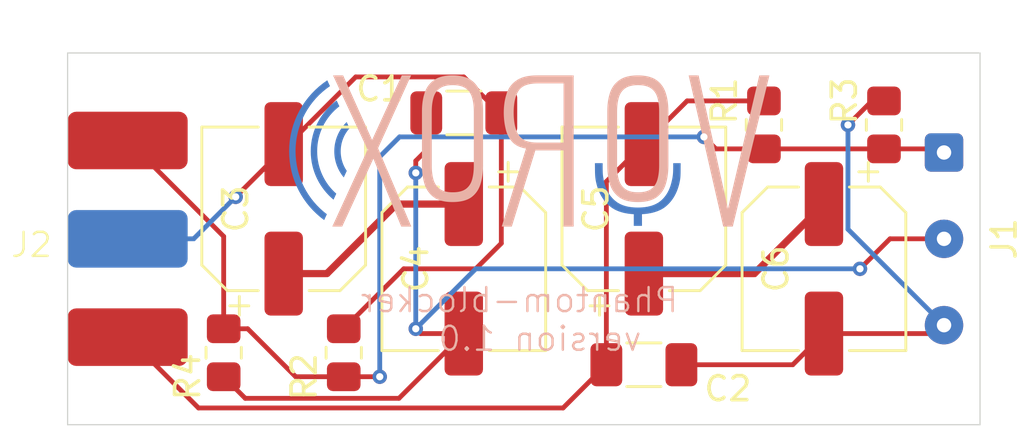
<source format=kicad_pcb>
(kicad_pcb (version 20241229) (generator "pcbnew") (generator_version "9.0")
  (layers (0 "F.Cu" signal) (2 "B.Cu" signal) (13 "F.Paste" user) (15 "B.Paste" user) (5 "F.SilkS" user "F.Silkscreen") (7 "B.SilkS" user "B.Silkscreen") (1 "F.Mask" user) (3 "B.Mask" user) (25 "Edge.Cuts" user))
  (net 0 "")
  (net 1 "Net-(C1-Pad2)")
  (net 2 "Net-(C1-Pad1)")
  (net 3 "Net-(C2-Pad1)")
  (net 4 "Net-(C2-Pad2)")
  (net 5 "Net-(C3-Pad1)")
  (net 6 "Net-(C5-Pad1)")
  (net 7 "Net-(J1-Pad1)")
  (footprint "Capacitor_SMD:CP_Elec_6.3x7.7" (layer "F.Cu") (at 131.5 59 -90)
    (property "Reference" "C6" (at 0 2 90) (layer "F.SilkS"))
    (property "Value" "22uF 63V")
    (fp_line (start -2.345563 3.41) (end 3.41 3.41) (stroke (width 0.12)) (layer "F.SilkS"))
    (fp_line (start 3.41 3.41) (end 3.41 1.06) (stroke (width 0.12)) (layer "F.SilkS"))
    (fp_line (start -3.41 2.345563) (end -2.345563 3.41) (stroke (width 0.12)) (layer "F.SilkS"))
    (fp_line (start -3.41 2.345563) (end -3.41 1.06) (stroke (width 0.12)) (layer "F.SilkS"))
    (fp_line (start -4.4375 -1.8475) (end -3.65 -1.8475) (stroke (width 0.12)) (layer "F.SilkS"))
    (fp_line (start -4.04375 -2.24125) (end -4.04375 -1.45375) (stroke (width 0.12)) (layer "F.SilkS"))
    (fp_line (start -3.41 -2.345563) (end -3.41 -1.06) (stroke (width 0.12)) (layer "F.SilkS"))
    (fp_line (start -3.41 -2.345563) (end -2.345563 -3.41) (stroke (width 0.12)) (layer "F.SilkS"))
    (fp_line (start -2.345563 -3.41) (end 3.41 -3.41) (stroke (width 0.12)) (layer "F.SilkS"))
    (fp_line (start 3.41 -3.41) (end 3.41 -1.06) (stroke (width 0.12)) (layer "F.SilkS"))
    (pad "1" smd roundrect (at -2.7 0 270) (size 3.5 1.6) (layers "F.Cu" "F.Mask" "F.Paste") (roundrect_rratio 0.15625) (net 6 "Net-(C5-Pad1)"))
    (pad "2" smd roundrect (at 2.7 0 270) (size 3.5 1.6) (layers "F.Cu" "F.Mask" "F.Paste") (roundrect_rratio 0.15625) (net 4 "Net-(C2-Pad2)"))
  )
  (footprint "Resistor_SMD:R_0805_2012Metric_Pad1.20x1.40mm_HandSolder" (layer "F.Cu") (at 111.5 62.5 90)
    (property "Reference" "R2" (at -1 -1.65 90) (layer "F.SilkS"))
    (property "Value" "47k")
    (fp_line (start -0.227064 -0.735) (end 0.227064 -0.735) (stroke (width 0.12)) (layer "F.SilkS"))
    (fp_line (start -0.227064 0.735) (end 0.227064 0.735) (stroke (width 0.12)) (layer "F.SilkS"))
    (pad "1" smd roundrect (at -1 0 90) (size 1.2 1.4) (layers "F.Cu" "F.Mask" "F.Paste") (roundrect_rratio 0.208333) (net 7 "Net-(J1-Pad1)"))
    (pad "2" smd roundrect (at 1 0 90) (size 1.2 1.4) (layers "F.Cu" "F.Mask" "F.Paste") (roundrect_rratio 0.208333) (net 2 "Net-(C1-Pad1)"))
  )
  (footprint "Resistor_SMD:R_0805_2012Metric_Pad1.20x1.40mm_HandSolder" (layer "F.Cu") (at 134 53 90)
    (property "Reference" "R3" (at 1 -1.65 90) (layer "F.SilkS"))
    (property "Value" "1M")
    (fp_line (start -0.227064 -0.735) (end 0.227064 -0.735) (stroke (width 0.12)) (layer "F.SilkS"))
    (fp_line (start -0.227064 0.735) (end 0.227064 0.735) (stroke (width 0.12)) (layer "F.SilkS"))
    (pad "1" smd roundrect (at -1 0 90) (size 1.2 1.4) (layers "F.Cu" "F.Mask" "F.Paste") (roundrect_rratio 0.208333) (net 7 "Net-(J1-Pad1)"))
    (pad "2" smd roundrect (at 1 0 90) (size 1.2 1.4) (layers "F.Cu" "F.Mask" "F.Paste") (roundrect_rratio 0.208333) (net 4 "Net-(C2-Pad2)"))
  )
  (footprint "01_Custom:XLR-Pin-SolderPad" (layer "F.Cu") (at 102.5 57.75)
    (property "Reference" "J2" (at -4 0.25 0) (layer "F.SilkS") (effects (font (thickness 0.1))))
    (property "Value" "XLR3 - Mixer")
    (pad "1" smd roundrect (at 0 -4.1) (size 5 2.4) (layers "F.Cu" "F.Mask" "F.Paste") (roundrect_rratio 0.15) (net 7 "Net-(J1-Pad1)"))
    (pad "2" smd roundrect (at 0 4.1) (size 5 2.4) (layers "F.Cu" "F.Mask" "F.Paste") (roundrect_rratio 0.15) (net 3 "Net-(C2-Pad1)"))
    (pad "3" smd roundrect (at 0 0) (size 5 2.4) (layers "B.Cu" "B.Mask" "B.Paste") (roundrect_rratio 0.15) (net 2 "Net-(C1-Pad1)"))
  )
  (footprint "Capacitor_SMD:CP_Elec_6.3x7.7" (layer "F.Cu") (at 124 56.5 90)
    (property "Reference" "C5" (at 0 -2 90) (layer "F.SilkS"))
    (property "Value" "22uF 63V")
    (fp_line (start 3.41 -3.41) (end 3.41 -1.06) (stroke (width 0.12)) (layer "F.SilkS"))
    (fp_line (start -2.345563 -3.41) (end 3.41 -3.41) (stroke (width 0.12)) (layer "F.SilkS"))
    (fp_line (start -3.41 -2.345563) (end -2.345563 -3.41) (stroke (width 0.12)) (layer "F.SilkS"))
    (fp_line (start -3.41 -2.345563) (end -3.41 -1.06) (stroke (width 0.12)) (layer "F.SilkS"))
    (fp_line (start -4.04375 -2.24125) (end -4.04375 -1.45375) (stroke (width 0.12)) (layer "F.SilkS"))
    (fp_line (start -4.4375 -1.8475) (end -3.65 -1.8475) (stroke (width 0.12)) (layer "F.SilkS"))
    (fp_line (start -3.41 2.345563) (end -3.41 1.06) (stroke (width 0.12)) (layer "F.SilkS"))
    (fp_line (start -3.41 2.345563) (end -2.345563 3.41) (stroke (width 0.12)) (layer "F.SilkS"))
    (fp_line (start 3.41 3.41) (end 3.41 1.06) (stroke (width 0.12)) (layer "F.SilkS"))
    (fp_line (start -2.345563 3.41) (end 3.41 3.41) (stroke (width 0.12)) (layer "F.SilkS"))
    (pad "1" smd roundrect (at -2.7 0 90) (size 3.5 1.6) (layers "F.Cu" "F.Mask" "F.Paste") (roundrect_rratio 0.15625) (net 6 "Net-(C5-Pad1)"))
    (pad "2" smd roundrect (at 2.7 0 90) (size 3.5 1.6) (layers "F.Cu" "F.Mask" "F.Paste") (roundrect_rratio 0.15625) (net 3 "Net-(C2-Pad1)"))
  )
  (footprint "Connector_Wire:SolderWire-0.1sqmm_1x03_P3.6mm_D0.4mm_OD1mm" (layer "F.Cu") (at 136.5 54.15 -90)
    (property "Reference" "J1" (at 3.6 -2.5 90) (layer "F.SilkS"))
    (property "Value" "XLR3 - Microphone")
    (pad "1" thru_hole roundrect (at 0 0 270) (size 1.6 1.6) (drill 0.6) (layers "*.Cu" "*.Mask") (roundrect_rratio 0.15625) (net 7 "Net-(J1-Pad1)"))
    (pad "2" thru_hole circle (at 7.2 0 270) (size 1.6 1.6) (drill 0.6) (layers "*.Cu" "*.Mask") (net 4 "Net-(C2-Pad2)"))
    (pad "3" thru_hole circle (at 3.6 0 270) (size 1.6 1.6) (drill 0.6) (layers "*.Cu" "*.Mask") (net 1 "Net-(C1-Pad2)"))
  )
  (footprint "Capacitor_SMD:CP_Elec_6.3x7.7" (layer "F.Cu") (at 109 56.5 90)
    (property "Reference" "C3" (at 0 -2 90) (layer "F.SilkS"))
    (property "Value" "22uF 63V")
    (fp_line (start 3.41 -3.41) (end 3.41 -1.06) (stroke (width 0.12)) (layer "F.SilkS"))
    (fp_line (start -2.345563 -3.41) (end 3.41 -3.41) (stroke (width 0.12)) (layer "F.SilkS"))
    (fp_line (start -3.41 -2.345563) (end -2.345563 -3.41) (stroke (width 0.12)) (layer "F.SilkS"))
    (fp_line (start -3.41 -2.345563) (end -3.41 -1.06) (stroke (width 0.12)) (layer "F.SilkS"))
    (fp_line (start -4.04375 -2.24125) (end -4.04375 -1.45375) (stroke (width 0.12)) (layer "F.SilkS"))
    (fp_line (start -4.4375 -1.8475) (end -3.65 -1.8475) (stroke (width 0.12)) (layer "F.SilkS"))
    (fp_line (start -3.41 2.345563) (end -3.41 1.06) (stroke (width 0.12)) (layer "F.SilkS"))
    (fp_line (start -3.41 2.345563) (end -2.345563 3.41) (stroke (width 0.12)) (layer "F.SilkS"))
    (fp_line (start 3.41 3.41) (end 3.41 1.06) (stroke (width 0.12)) (layer "F.SilkS"))
    (fp_line (start -2.345563 3.41) (end 3.41 3.41) (stroke (width 0.12)) (layer "F.SilkS"))
    (pad "1" smd roundrect (at -2.7 0 90) (size 3.5 1.6) (layers "F.Cu" "F.Mask" "F.Paste") (roundrect_rratio 0.15625) (net 5 "Net-(C3-Pad1)"))
    (pad "2" smd roundrect (at 2.7 0 90) (size 3.5 1.6) (layers "F.Cu" "F.Mask" "F.Paste") (roundrect_rratio 0.15625) (net 2 "Net-(C1-Pad1)"))
  )
  (footprint "Resistor_SMD:R_0805_2012Metric_Pad1.20x1.40mm_HandSolder" (layer "F.Cu") (at 106.5 62.5 -90)
    (property "Reference" "R4" (at 1 1.5 90) (layer "F.SilkS"))
    (property "Value" "1M")
    (fp_line (start -0.227064 0.735) (end 0.227064 0.735) (stroke (width 0.12)) (layer "F.SilkS"))
    (fp_line (start -0.227064 -0.735) (end 0.227064 -0.735) (stroke (width 0.12)) (layer "F.SilkS"))
    (pad "1" smd roundrect (at -1 0 270) (size 1.2 1.4) (layers "F.Cu" "F.Mask" "F.Paste") (roundrect_rratio 0.208333) (net 7 "Net-(J1-Pad1)"))
    (pad "2" smd roundrect (at 1 0 270) (size 1.2 1.4) (layers "F.Cu" "F.Mask" "F.Paste") (roundrect_rratio 0.208333) (net 1 "Net-(C1-Pad2)"))
  )
  (footprint "Capacitor_SMD:C_1206_3216Metric_Pad1.33x1.80mm_HandSolder" (layer "F.Cu") (at 124 63)
    (property "Reference" "C2" (at 3.5 1 0) (layer "F.SilkS"))
    (property "Value" "100nF 63V")
    (fp_line (start -0.711252 -0.91) (end 0.711252 -0.91) (stroke (width 0.12)) (layer "F.SilkS"))
    (fp_line (start -0.711252 0.91) (end 0.711252 0.91) (stroke (width 0.12)) (layer "F.SilkS"))
    (pad "1" smd roundrect (at -1.5625 0) (size 1.325 1.8) (layers "F.Cu" "F.Mask" "F.Paste") (roundrect_rratio 0.188679) (net 3 "Net-(C2-Pad1)"))
    (pad "2" smd roundrect (at 1.5625 0) (size 1.325 1.8) (layers "F.Cu" "F.Mask" "F.Paste") (roundrect_rratio 0.188679) (net 4 "Net-(C2-Pad2)"))
  )
  (footprint "Capacitor_SMD:C_1206_3216Metric_Pad1.33x1.80mm_HandSolder" (layer "F.Cu") (at 116.5 52.5 180)
    (property "Reference" "C1" (at 3.5 1 0) (layer "F.SilkS"))
    (property "Value" "100nF 63V")
    (fp_line (start -0.711252 0.91) (end 0.711252 0.91) (stroke (width 0.12)) (layer "F.SilkS"))
    (fp_line (start -0.711252 -0.91) (end 0.711252 -0.91) (stroke (width 0.12)) (layer "F.SilkS"))
    (pad "1" smd roundrect (at -1.5625 0 180) (size 1.325 1.8) (layers "F.Cu" "F.Mask" "F.Paste") (roundrect_rratio 0.188679) (net 2 "Net-(C1-Pad1)"))
    (pad "2" smd roundrect (at 1.5625 0 180) (size 1.325 1.8) (layers "F.Cu" "F.Mask" "F.Paste") (roundrect_rratio 0.188679) (net 1 "Net-(C1-Pad2)"))
  )
  (footprint "Capacitor_SMD:CP_Elec_6.3x7.7" (layer "F.Cu") (at 116.5 59 -90)
    (property "Reference" "C4" (at 0 2 90) (layer "F.SilkS"))
    (property "Value" "22uF 63V")
    (fp_line (start -2.345563 3.41) (end 3.41 3.41) (stroke (width 0.12)) (layer "F.SilkS"))
    (fp_line (start 3.41 3.41) (end 3.41 1.06) (stroke (width 0.12)) (layer "F.SilkS"))
    (fp_line (start -3.41 2.345563) (end -2.345563 3.41) (stroke (width 0.12)) (layer "F.SilkS"))
    (fp_line (start -3.41 2.345563) (end -3.41 1.06) (stroke (width 0.12)) (layer "F.SilkS"))
    (fp_line (start -4.4375 -1.8475) (end -3.65 -1.8475) (stroke (width 0.12)) (layer "F.SilkS"))
    (fp_line (start -4.04375 -2.24125) (end -4.04375 -1.45375) (stroke (width 0.12)) (layer "F.SilkS"))
    (fp_line (start -3.41 -2.345563) (end -3.41 -1.06) (stroke (width 0.12)) (layer "F.SilkS"))
    (fp_line (start -3.41 -2.345563) (end -2.345563 -3.41) (stroke (width 0.12)) (layer "F.SilkS"))
    (fp_line (start -2.345563 -3.41) (end 3.41 -3.41) (stroke (width 0.12)) (layer "F.SilkS"))
    (fp_line (start 3.41 -3.41) (end 3.41 -1.06) (stroke (width 0.12)) (layer "F.SilkS"))
    (pad "1" smd roundrect (at -2.7 0 270) (size 3.5 1.6) (layers "F.Cu" "F.Mask" "F.Paste") (roundrect_rratio 0.15625) (net 5 "Net-(C3-Pad1)"))
    (pad "2" smd roundrect (at 2.7 0 270) (size 3.5 1.6) (layers "F.Cu" "F.Mask" "F.Paste") (roundrect_rratio 0.15625) (net 1 "Net-(C1-Pad2)"))
  )
  (footprint "Resistor_SMD:R_0805_2012Metric_Pad1.20x1.40mm_HandSolder" (layer "F.Cu") (at 129 53 90)
    (property "Reference" "R1" (at 1 -1.65 90) (layer "F.SilkS"))
    (property "Value" "47k")
    (fp_line (start -0.227064 -0.735) (end 0.227064 -0.735) (stroke (width 0.12)) (layer "F.SilkS"))
    (fp_line (start -0.227064 0.735) (end 0.227064 0.735) (stroke (width 0.12)) (layer "F.SilkS"))
    (pad "1" smd roundrect (at -1 0 90) (size 1.2 1.4) (layers "F.Cu" "F.Mask" "F.Paste") (roundrect_rratio 0.208333) (net 7 "Net-(J1-Pad1)"))
    (pad "2" smd roundrect (at 1 0 90) (size 1.2 1.4) (layers "F.Cu" "F.Mask" "F.Paste") (roundrect_rratio 0.208333) (net 3 "Net-(C2-Pad1)"))
  )
  (footprint "01_Custom:VOROX_logo" (layer "B.Cu") (at 127.5 56.5 180)
    (property "Reference" "REF**" (hide yes))
    (property "Value" "VOROX_logo")
    (fp_poly (pts (xy 16.41533 4.427722) (xy 16.529499 4.328085) (xy 16.637742 4.222131) (xy 16.73977 4.110146) (xy 16.835295 3.992417) (xy 16.924028 3.86923) (xy 17.00568 3.740872) (xy 17.079962 3.607629) (xy 17.146587 3.469788) (xy 17.205265 3.327634) (xy 17.255707 3.181456) (xy 17.297626 3.031538) (xy 17.330732 2.878168) (xy 17.354736 2.721632) (xy 17.36935 2.562216) (xy 17.374286 2.400207) (xy 17.369995 2.24908) (xy 17.357276 2.100186) (xy 17.336364 1.953757) (xy 17.307492 1.810026) (xy 17.270893 1.669226) (xy 17.226802 1.53159) (xy 17.175451 1.39735) (xy 17.117075 1.266739) (xy 17.051906 1.139989) (xy 16.980179 1.017334) (xy 16.902127 0.899006) (xy 16.817983 0.785238) (xy 16.727982 0.676263) (xy 16.632356 0.572313) (xy 16.53134 0.473621) (xy 16.425166 0.380419) (xy 16.30953 0.632424) (xy 16.39901 0.715706) (xy 16.484074 0.803478) (xy 16.564532 0.895553) (xy 16.640198 0.991749) (xy 16.710886 1.091879) (xy 16.776408 1.19576) (xy 16.836577 1.303206) (xy 16.891207 1.414033) (xy 16.94011 1.528057) (xy 16.983099 1.645092) (xy 17.019987 1.764954) (xy 17.050588 1.887459) (xy 17.074714 2.012421) (xy 17.092178 2.139656) (xy 17.102794 2.26898) (xy 17.106374 2.400207) (xy 17.102162 2.542533) (xy 17.089686 2.682601) (xy 17.069185 2.820174) (xy 17.040896 2.955017) (xy 17.005058 3.086891) (xy 16.961909 3.215562) (xy 16.911689 3.340791) (xy 16.854635 3.462344) (xy 16.790986 3.579984) (xy 16.720981 3.693473) (xy 16.644857 3.802576) (xy 16.562854 3.907056) (xy 16.47521 4.006677) (xy 16.382163 4.101201) (xy 16.283953 4.190394) (xy 16.180816 4.274017) (xy 16.295524 4.520756)) (fill yes) (layer "B.Cu"))
    (fp_poly (pts (xy 15.935631 3.561723) (xy 15.990942 3.499382) (xy 16.043217 3.434402) (xy 16.09234 3.366892) (xy 16.138196 3.296966) (xy 16.18067 3.224734) (xy 16.219646 3.150309) (xy 16.255009 3.073802) (xy 16.286643 2.995325) (xy 16.314434 2.914989) (xy 16.338266 2.832907) (xy 16.358024 2.74919) (xy 16.373591 2.66395) (xy 16.384854 2.577298) (xy 16.391696 2.489347) (xy 16.394002 2.400207) (xy 16.392272 2.322927) (xy 16.387133 2.246521) (xy 16.378658 2.171063) (xy 16.366921 2.096627) (xy 16.351999 2.023285) (xy 16.333964 1.95111) (xy 16.312892 1.880177) (xy 16.288856 1.810557) (xy 16.261932 1.742324) (xy 16.232194 1.67555) (xy 16.199717 1.610311) (xy 16.164574 1.546677) (xy 16.12684 1.484723) (xy 16.08659 1.424521) (xy 16.043899 1.366145) (xy 15.99884 1.309668) (xy 15.872836 1.584313) (xy 15.901969 1.628335) (xy 15.929518 1.673467) (xy 15.955443 1.71967) (xy 15.979704 1.766904) (xy 16.00226 1.815133) (xy 16.023069 1.864316) (xy 16.04209 1.914416) (xy 16.059283 1.965394) (xy 16.074607 2.017212) (xy 16.08802 2.069831) (xy 16.099482 2.123212) (xy 16.108952 2.177317) (xy 16.116388 2.232108) (xy 16.121751 2.287545) (xy 16.124999 2.343591) (xy 16.12609 2.400207) (xy 16.124459 2.469271) (xy 16.119614 2.53746) (xy 16.111632 2.604706) (xy 16.100588 2.67094) (xy 16.086558 2.736092) (xy 16.069617 2.800095) (xy 16.049842 2.862879) (xy 16.027307 2.924375) (xy 16.002089 2.984514) (xy 15.974262 3.043227) (xy 15.943903 3.100446) (xy 15.911088 3.156101) (xy 15.875891 3.210123) (xy 15.838388 3.262444) (xy 15.798655 3.312995) (xy 15.756769 3.361706) (xy 15.877399 3.621311)) (fill yes) (layer "B.Cu"))
    (fp_poly (pts (xy 16.861534 5.236791) (xy 17.028939 5.102342) (xy 17.187838 4.958132) (xy 17.337781 4.804611) (xy 17.478317 4.64223) (xy 17.608997 4.47144) (xy 17.729368 4.292693) (xy 17.838982 4.106437) (xy 17.937388 3.913125) (xy 18.024134 3.713206) (xy 18.098771 3.507132) (xy 18.160847 3.295354) (xy 18.209914 3.078321) (xy 18.245519 2.856486) (xy 18.267212 2.630297) (xy 18.274543 2.400207) (xy 18.267864 2.180584) (xy 18.248088 1.964497) (xy 18.215607 1.752337) (xy 18.170813 1.544494) (xy 18.114097 1.341361) (xy 18.045852 1.143328) (xy 17.966468 0.950787) (xy 17.876338 0.764128) (xy 17.775853 0.583743) (xy 17.665406 0.410022) (xy 17.545388 0.243358) (xy 17.41619 0.08414) (xy 17.278205 -0.06724) (xy 17.131824 -0.210391) (xy 16.977439 -0.344921) (xy 16.815442 -0.47044) (xy 16.702251 -0.223699) (xy 16.847446 -0.107559) (xy 16.98574 0.016554) (xy 17.116791 0.148297) (xy 17.24026 0.28733) (xy 17.355807 0.433312) (xy 17.46309 0.585902) (xy 17.561771 0.744758) (xy 17.651508 0.90954) (xy 17.731963 1.079907) (xy 17.802793 1.255518) (xy 17.86366 1.436032) (xy 17.914223 1.621107) (xy 17.954142 1.810404) (xy 17.983077 2.00358) (xy 18.000687 2.200295) (xy 18.006633 2.400207) (xy 18.004976 2.505894) (xy 18.000038 2.610739) (xy 17.991868 2.714691) (xy 17.980516 2.817702) (xy 17.966032 2.91972) (xy 17.948466 3.020697) (xy 17.904286 3.219325) (xy 17.848372 3.413187) (xy 17.781123 3.601885) (xy 17.702936 3.78502) (xy 17.614209 3.962192) (xy 17.51534 4.133003) (xy 17.406726 4.297054) (xy 17.288764 4.453946) (xy 17.161853 4.60328) (xy 17.02639 4.744657) (xy 16.882773 4.877678) (xy 16.731399 5.001945) (xy 16.572665 5.117058) (xy 16.686073 5.361028) (xy 16.686075 5.361028)) (fill yes) (layer "B.Cu"))
    (fp_poly (pts (xy 2.278552 1.869951) (xy 2.278958 1.733278) (xy 2.28072 1.617976) (xy 2.284649 1.518305) (xy 2.287681 1.472537) (xy 2.291559 1.428526) (xy 2.296386 1.385552) (xy 2.302262 1.342899) (xy 2.309291 1.29985) (xy 2.317572 1.255687) (xy 2.327209 1.209692) (xy 2.338302 1.161149) (xy 2.365263 1.053547) (xy 2.365272 1.053466) (xy 2.365281 1.053386) (xy 2.365294 1.053225) (xy 2.365318 1.052897) (xy 2.381633 0.995734) (xy 2.399569 0.939994) (xy 2.419121 0.885696) (xy 2.440284 0.832857) (xy 2.463052 0.781494) (xy 2.487419 0.731626) (xy 2.513381 0.68327) (xy 2.540933 0.636444) (xy 2.570068 0.591165) (xy 2.600782 0.547451) (xy 2.633069 0.505321) (xy 2.666925 0.464791) (xy 2.702342 0.425879) (xy 2.739318 0.388603) (xy 2.777845 0.352981) (xy 2.817919 0.319031) (xy 2.81819 0.318798) (xy 2.818461 0.318566) (xy 2.819005 0.318108) (xy 2.862958 0.285484) (xy 2.908854 0.255099) (xy 2.956684 0.226934) (xy 3.006437 0.200971) (xy 3.058104 0.177192) (xy 3.111674 0.155578) (xy 3.16714 0.13611) (xy 3.22449 0.11877) (xy 3.283716 0.103539) (xy 3.344807 0.090399) (xy 3.407754 0.079331) (xy 3.472548 0.070318) (xy 3.539178 0.063339) (xy 3.607635 0.058377) (xy 3.67791 0.055414) (xy 3.749992 0.05443) (xy 3.82201 0.055412) (xy 3.892156 0.058371) (xy 3.96042 0.063327) (xy 4.026791 0.070301) (xy 4.09126 0.079314) (xy 4.153817 0.090385) (xy 4.214452 0.103536) (xy 4.273154 0.118786) (xy 4.329915 0.136155) (xy 4.384723 0.155665) (xy 4.43757 0.177336) (xy 4.488444 0.201188) (xy 4.537336 0.227241) (xy 4.584237 0.255516) (xy 4.629135 0.286033) (xy 4.672022 0.318814) (xy 4.713234 0.352711) (xy 4.752839 0.388291) (xy 4.79083 0.425536) (xy 4.8272 0.464427) (xy 4.861942 0.504947) (xy 4.895049 0.547077) (xy 4.926515 0.590798) (xy 4.956331 0.636093) (xy 4.984492 0.682942) (xy 5.01099 0.731329) (xy 5.035818 0.781234) (xy 5.058969 0.832639) (xy 5.080436 0.885526) (xy 5.100213 0.939877) (xy 5.118291 0.995673) (xy 5.134665 1.052897) (xy 5.134677 1.052977) (xy 5.13469 1.053058) (xy 5.134721 1.053219) (xy 5.134751 1.053382) (xy 5.134764 1.053464) (xy 5.134776 1.053547) (xy 5.161522 1.160457) (xy 5.181687 1.253179) (xy 5.189593 1.296131) (xy 5.196202 1.337828) (xy 5.20163 1.379036) (xy 5.205994 1.420518) (xy 5.211993 1.507362) (xy 5.215127 1.604475) (xy 5.216327 1.717969) (xy 5.21652 1.85396) (xy 5.21652 1.906313) (xy 5.538852 1.906313) (xy 5.536774 1.616404) (xy 5.534799 1.498768) (xy 5.529987 1.391575) (xy 5.525999 1.340073) (xy 5.520678 1.288997) (xy 5.513817 1.237617) (xy 5.50521 1.185205) (xy 5.494648 1.131033) (xy 5.481924 1.074372) (xy 5.46683 1.014494) (xy 5.449158 0.95067) (xy 5.428463 0.88305) (xy 5.40588 0.817298) (xy 5.381404 0.753398) (xy 5.355026 0.691335) (xy 5.326738 0.631095) (xy 5.296533 0.572661) (xy 5.264403 0.516018) (xy 5.23034 0.461152) (xy 5.194337 0.408047) (xy 5.156385 0.356688) (xy 5.116478 0.307059) (xy 5.074607 0.259146) (xy 5.030764 0.212933) (xy 4.984942 0.168404) (xy 4.937134 0.125546) (xy 4.887331 0.084341) (xy 4.887052 0.084175) (xy 4.837223 0.04717) (xy 4.784604 0.012412) (xy 4.729189 -0.020079) (xy 4.670966 -0.050283) (xy 4.609927 -0.078182) (xy 4.546062 -0.103755) (xy 4.479363 -0.126985) (xy 4.40982 -0.147851) (xy 4.337424 -0.166334) (xy 4.262165 -0.182416) (xy 4.184035 -0.196076) (xy 4.103024 -0.207296) (xy 4.019123 -0.216056) (xy 3.932323 -0.222336) (xy 3.920724 -0.222826) (xy 3.920724 -0.708952) (xy 3.579306 -0.708952) (xy 3.579306 -0.222834) (xy 3.567581 -0.22234) (xy 3.48062 -0.216063) (xy 3.396475 -0.207305) (xy 3.315137 -0.196086) (xy 3.236596 -0.182424) (xy 3.160842 -0.166336) (xy 3.087866 -0.147841) (xy 3.017659 -0.126956) (xy 2.950211 -0.103701) (xy 2.885512 -0.078093) (xy 2.823554 -0.050149) (xy 2.764326 -0.019889) (xy 2.70782 0.012669) (xy 2.654026 0.047509) (xy 2.602934 0.08461) (xy 2.554404 0.125744) (xy 2.507776 0.168535) (xy 2.463045 0.212998) (xy 2.420204 0.259149) (xy 2.379246 0.307003) (xy 2.340164 0.356575) (xy 2.302953 0.40788) (xy 2.267606 0.460934) (xy 2.234116 0.515751) (xy 2.202477 0.572347) (xy 2.172682 0.630737) (xy 2.144725 0.690935) (xy 2.1186 0.752958) (xy 2.0943 0.816821) (xy 2.071819 0.882538) (xy 2.051149 0.950125) (xy 2.051138 0.950158) (xy 2.051124 0.950192) (xy 2.051093 0.950264) (xy 2.051078 0.950301) (xy 2.051063 0.950336) (xy 2.05105 0.950371) (xy 2.051044 0.950387) (xy 2.051039 0.950403) (xy 2.051033 0.950424) (xy 2.051027 0.950444) (xy 2.051021 0.950464) (xy 2.051014 0.950483) (xy 2.051006 0.950501) (xy 2.050999 0.950519) (xy 2.050983 0.950553) (xy 2.050952 0.950619) (xy 2.050945 0.950635) (xy 2.050939 0.95065) (xy 2.050933 0.950666) (xy 2.050927 0.950682) (xy 2.033467 1.015231) (xy 2.018716 1.075738) (xy 2.006447 1.132929) (xy 1.996429 1.187534) (xy 1.988434 1.240282) (xy 1.982233 1.291901) (xy 1.977598 1.34312) (xy 1.974299 1.394667) (xy 1.970794 1.501662) (xy 1.969887 1.618715) (xy 1.968546 1.906313) (xy 2.278552 1.906313)) (fill yes) (layer "B.Cu"))
    (fp_poly (pts (xy 0 0) (xy 1.221891 5.564662) (xy 1.634376 5.564662) (xy 0.194569 -0.739361) (xy -0.202351 -0.739361) (xy -1.727769 5.564662) (xy -1.307501 5.564662)) (fill yes) (layer "B.SilkS"))
    (fp_poly (pts (xy 14.819413 2.871831) (xy 16.025739 5.564662) (xy 16.446008 5.564662) (xy 15.0062 2.46713) (xy 16.477137 -0.739361) (xy 16.064652 -0.739361) (xy 14.764933 2.093557) (xy 13.605304 -0.739361) (xy 13.185035 -0.739361) (xy 14.570365 2.529392) (xy 13.192819 5.564662) (xy 13.581956 5.564662)) (fill yes) (layer "B.SilkS"))
    (fp_poly (pts (xy 8.018732 5.563841) (xy 8.085676 5.561379) (xy 8.150552 5.557274) (xy 8.213361 5.551529) (xy 8.274103 5.544141) (xy 8.332778 5.535112) (xy 8.389385 5.524441) (xy 8.443925 5.512128) (xy 8.496398 5.498174) (xy 8.546803 5.482578) (xy 8.595141 5.46534) (xy 8.641412 5.446461) (xy 8.685616 5.42594) (xy 8.727752 5.403778) (xy 8.767821 5.379973) (xy 8.805823 5.354528) (xy 8.843004 5.328626) (xy 8.878665 5.301507) (xy 8.912805 5.273173) (xy 8.945426 5.243623) (xy 8.976526 5.212857) (xy 9.006107 5.180875) (xy 9.034167 5.147677) (xy 9.060707 5.113262) (xy 9.085728 5.077632) (xy 9.109228 5.040786) (xy 9.131208 5.002723) (xy 9.151668 4.963445) (xy 9.170608 4.92295) (xy 9.188028 4.88124) (xy 9.203928 4.838314) (xy 9.218308 4.794171) (xy 9.232445 4.750059) (xy 9.24567 4.705278) (xy 9.257982 4.659828) (xy 9.269383 4.613709) (xy 9.279871 4.566921) (xy 9.289448 4.519465) (xy 9.298112 4.471339) (xy 9.305864 4.422545) (xy 9.318633 4.32295) (xy 9.327753 4.22068) (xy 9.333225 4.115734) (xy 9.33505 4.008113) (xy 9.333834 3.921044) (xy 9.330185 3.834947) (xy 9.324105 3.749823) (xy 9.315593 3.665673) (xy 9.304649 3.582494) (xy 9.291273 3.500289) (xy 9.275464 3.419056) (xy 9.257224 3.338796) (xy 9.247951 3.299274) (xy 9.237645 3.260482) (xy 9.226305 3.22242) (xy 9.213932 3.185087) (xy 9.200525 3.148484) (xy 9.186084 3.11261) (xy 9.17061 3.077466) (xy 9.154102 3.043052) (xy 9.136561 3.009367) (xy 9.117986 2.976412) (xy 9.098377 2.944187) (xy 9.077734 2.912692) (xy 9.056058 2.881926) (xy 9.033348 2.851889) (xy 9.009605 2.822583) (xy 8.984828 2.794006) (xy 8.959777 2.767374) (xy 8.933267 2.741958) (xy 8.905298 2.717759) (xy 8.875869 2.694775) (xy 8.844981 2.673008) (xy 8.812634 2.652456) (xy 8.778828 2.633121) (xy 8.743563 2.615001) (xy 8.706838 2.598098) (xy 8.668654 2.582411) (xy 8.62901 2.56794) (xy 8.587908 2.554685) (xy 8.545346 2.542646) (xy 8.501325 2.531823) (xy 8.455845 2.522216) (xy 8.408905 2.513826) (xy 9.420663 -0.739361) (xy 9.000394 -0.739361) (xy 8.019768 2.435998) (xy 6.844573 2.435998) (xy 6.844573 -0.739361) (xy 6.424304 -0.739361) (xy 6.424304 5.230004) (xy 6.844571 5.230004) (xy 6.844572 2.762874) (xy 7.934155 2.762874) (xy 7.983983 2.763452) (xy 8.032291 2.765184) (xy 8.079079 2.768072) (xy 8.124346 2.772116) (xy 8.168094 2.777314) (xy 8.210321 2.783668) (xy 8.251029 2.791177) (xy 8.290216 2.799842) (xy 8.327883 2.809661) (xy 8.364031 2.820636) (xy 8.398658 2.832766) (xy 8.431765 2.846052) (xy 8.463352 2.860493) (xy 8.493419 2.876089) (xy 8.521965 2.89284) (xy 8.548992 2.910747) (xy 8.574742 2.93069) (xy 8.599458 2.951606) (xy 8.623141 2.973495) (xy 8.64579 2.996357) (xy 8.667405 3.020191) (xy 8.687987 3.044998) (xy 8.707535 3.070779) (xy 8.72605 3.097532) (xy 8.74353 3.125258) (xy 8.759977 3.153957) (xy 8.775391 3.183628) (xy 8.789771 3.214273) (xy 8.803117 3.24589) (xy 8.815429 3.278481) (xy 8.826708 3.312044) (xy 8.836953 3.34658) (xy 8.84732 3.381998) (xy 8.857018 3.418206) (xy 8.866047 3.455204) (xy 8.874408 3.492993) (xy 8.889122 3.570942) (xy 8.901161 3.652053) (xy 8.910525 3.736325) (xy 8.917214 3.823759) (xy 8.921227 3.914355) (xy 8.922564 4.008113) (xy 8.921774 4.081897) (xy 8.919403 4.153432) (xy 8.91545 4.222716) (xy 8.909917 4.289751) (xy 8.902803 4.354537) (xy 8.894108 4.417072) (xy 8.883833 4.477358) (xy 8.871976 4.535394) (xy 8.858539 4.591181) (xy 8.84352 4.644717) (xy 8.826921 4.696005) (xy 8.808741 4.745042) (xy 8.78898 4.79183) (xy 8.767638 4.836368) (xy 8.744715 4.878656) (xy 8.720212 4.918695) (xy 8.707656 4.937847) (xy 8.69431 4.956392) (xy 8.680173 4.974329) (xy 8.665246 4.991658) (xy 8.649529 5.008379) (xy 8.633021 5.024491) (xy 8.615722 5.039996) (xy 8.597633 5.054893) (xy 8.578754 5.069182) (xy 8.559085 5.082862) (xy 8.538624 5.095935) (xy 8.517374 5.108399) (xy 8.495333 5.120256) (xy 8.472502 5.131504) (xy 8.44888 5.142145) (xy 8.424467 5.152177) (xy 8.399265 5.161602) (xy 8.373272 5.170418) (xy 8.346488 5.178626) (xy 8.318914 5.186227) (xy 8.261395 5.199603) (xy 8.200714 5.210548) (xy 8.136871 5.21906) (xy 8.069866 5.22514) (xy 7.9997 5.228788) (xy 7.926371 5.230004) (xy 6.844571 5.230004) (xy 6.424304 5.230004) (xy 6.424304 5.564662) (xy 7.949721 5.564662)) (fill yes) (layer "B.SilkS"))
    (fp_poly (pts (xy 11.530036 5.56392) (xy 11.588734 5.561683) (xy 11.645741 5.557954) (xy 11.701058 5.552734) (xy 11.754685 5.546023) (xy 11.806621 5.53782) (xy 11.856868 5.528126) (xy 11.905424 5.516942) (xy 11.95229 5.504266) (xy 11.997467 5.490099) (xy 12.040953 5.474441) (xy 12.082751 5.457292) (xy 12.122858 5.438652) (xy 12.161277 5.418521) (xy 12.198006 5.3969) (xy 12.233046 5.373788) (xy 12.267391 5.349359) (xy 12.300444 5.323789) (xy 12.332205 5.297075) (xy 12.362674 5.269219) (xy 12.391851 5.24022) (xy 12.419736 5.210079) (xy 12.446328 5.178794) (xy 12.471628 5.146367) (xy 12.495636 5.112796) (xy 12.518352 5.078082) (xy 12.539775 5.042225) (xy 12.559906 5.005224) (xy 12.578745 4.967079) (xy 12.596291 4.927791) (xy 12.612544 4.887359) (xy 12.627505 4.845782) (xy 12.654344 4.759893) (xy 12.677602 4.67082) (xy 12.697281 4.578563) (xy 12.71338 4.483124) (xy 12.725901 4.384504) (xy 12.734844 4.282704) (xy 12.740209 4.177726) (xy 12.741998 4.06957) (xy 12.741998 1.811076) (xy 12.740308 1.702824) (xy 12.73524 1.597554) (xy 12.726793 1.495268) (xy 12.714966 1.395964) (xy 12.699759 1.299643) (xy 12.681172 1.206303) (xy 12.670611 1.160751) (xy 12.659205 1.115945) (xy 12.646953 1.071884) (xy 12.633857 1.028568) (xy 12.619667 0.986171) (xy 12.604135 0.944866) (xy 12.587262 0.904654) (xy 12.569048 0.865535) (xy 12.549492 0.82751) (xy 12.528595 0.790577) (xy 12.506355 0.754738) (xy 12.482774 0.719991) (xy 12.457851 0.686339) (xy 12.431585 0.65378) (xy 12.403978 0.622315) (xy 12.375028 0.591943) (xy 12.344736 0.562665) (xy 12.313101 0.534482) (xy 12.280124 0.507392) (xy 12.245805 0.481397) (xy 12.210714 0.457515) (xy 12.173835 0.435175) (xy 12.135166 0.414377) (xy 12.094708 0.39512) (xy 12.052461 0.377405) (xy 12.008425 0.36123) (xy 11.962599 0.346597) (xy 11.914984 0.333505) (xy 11.86558 0.321953) (xy 11.814386 0.311942) (xy 11.761403 0.303472) (xy 11.706631 0.296542) (xy 11.650069 0.291152) (xy 11.591718 0.287303) (xy 11.531577 0.284993) (xy 11.469647 0.284223) (xy 11.407692 0.284993) (xy 11.347475 0.287303) (xy 11.288998 0.291152) (xy 11.232259 0.296542) (xy 11.17726 0.303472) (xy 11.124 0.311942) (xy 11.07248 0.321953) (xy 11.022699 0.333505) (xy 10.974657 0.346597) (xy 10.928355 0.36123) (xy 10.883794 0.377405) (xy 10.840972 0.39512) (xy 10.79989 0.414377) (xy 10.760548 0.435175) (xy 10.722946 0.457515) (xy 10.687085 0.481397) (xy 10.653535 0.507392) (xy 10.621279 0.534482) (xy 10.590314 0.562665) (xy 10.560643 0.591943) (xy 10.532264 0.622315) (xy 10.505177 0.65378) (xy 10.479383 0.686339) (xy 10.454882 0.719991) (xy 10.431672 0.754738) (xy 10.409755 0.790577) (xy 10.38913 0.82751) (xy 10.369797 0.865535) (xy 10.351756 0.904654) (xy 10.335007 0.944866) (xy 10.31955 0.986171) (xy 10.305385 1.028568) (xy 10.280036 1.117436) (xy 10.258069 1.209086) (xy 10.239481 1.303517) (xy 10.224274 1.400731) (xy 10.212447 1.500729) (xy 10.203999 1.60351) (xy 10.198931 1.709076) (xy 10.197242 1.817428) (xy 10.197242 4.059528) (xy 10.582742 4.059528) (xy 10.582742 1.801412) (xy 10.583872 1.719619) (xy 10.587265 1.64028) (xy 10.59292 1.563394) (xy 10.600839 1.48896) (xy 10.611022 1.416979) (xy 10.62347 1.347451) (xy 10.638183 1.280376) (xy 10.655164 1.215753) (xy 10.664669 1.185234) (xy 10.675071 1.155564) (xy 10.68637 1.126742) (xy 10.698565 1.09877) (xy 10.711658 1.071647) (xy 10.725647 1.045372) (xy 10.740532 1.019947) (xy 10.756313 0.995371) (xy 10.772991 0.971644) (xy 10.790565 0.948766) (xy 10.809035 0.926737) (xy 10.828401 0.905558) (xy 10.848663 0.885227) (xy 10.869821 0.865745) (xy 10.891874 0.847113) (xy 10.914822 0.82933) (xy 10.939587 0.812514) (xy 10.965577 0.796782) (xy 10.992792 0.782136) (xy 11.021234 0.768574) (xy 11.050902 0.756098) (xy 11.081796 0.744706) (xy 11.113916 0.7344) (xy 11.147263 0.725178) (xy 11.181836 0.717041) (xy 11.217635 0.70999) (xy 11.254661 0.704023) (xy 11.292914 0.699141) (xy 11.332393 0.695344) (xy 11.3731 0.692631) (xy 11.415033 0.691004) (xy 11.458194 0.690462) (xy 11.501331 0.691004) (xy 11.543196 0.692631) (xy 11.583788 0.695344) (xy 11.623106 0.699141) (xy 11.661152 0.704023) (xy 11.697924 0.70999) (xy 11.733422 0.717041) (xy 11.767648 0.725178) (xy 11.800599 0.7344) (xy 11.832277 0.744706) (xy 11.862681 0.756098) (xy 11.891811 0.768574) (xy 11.919668 0.782136) (xy 11.94625 0.796782) (xy 11.971558 0.812514) (xy 11.995591 0.82933) (xy 12.01927 0.847113) (xy 12.042005 0.865745) (xy 12.063797 0.885227) (xy 12.084644 0.905558) (xy 12.104547 0.926737) (xy 12.123507 0.948766) (xy 12.141523 0.971644) (xy 12.158596 0.995371) (xy 12.174725 1.019947) (xy 12.189911 1.045372) (xy 12.204154 1.071647) (xy 12.217453 1.09877) (xy 12.22981 1.126742) (xy 12.241223 1.155564) (xy 12.251694 1.185234) (xy 12.261222 1.215753) (xy 12.278204 1.280376) (xy 12.292924 1.347451) (xy 12.305381 1.416979) (xy 12.315573 1.488959) (xy 12.323502 1.563393) (xy 12.329166 1.640279) (xy 12.332564 1.719619) (xy 12.333697 1.801412) (xy 12.333697 4.059528) (xy 12.332564 4.141227) (xy 12.329166 4.220285) (xy 12.323502 4.296701) (xy 12.315573 4.370477) (xy 12.305381 4.44161) (xy 12.292924 4.510102) (xy 12.278204 4.575953) (xy 12.269996 4.607887) (xy 12.261222 4.639161) (xy 12.251717 4.669657) (xy 12.241317 4.699257) (xy 12.230021 4.727962) (xy 12.217829 4.75577) (xy 12.204741 4.782682) (xy 12.190756 4.808697) (xy 12.175876 4.833817) (xy 12.160099 4.85804) (xy 12.143427 4.881368) (xy 12.125857 4.903798) (xy 12.107392 4.925333) (xy 12.08803 4.945971) (xy 12.067771 4.965713) (xy 12.046616 4.984558) (xy 12.024565 5.002507) (xy 12.001616 5.019559) (xy 11.977559 5.036375) (xy 11.952181 5.052106) (xy 11.925482 5.066753) (xy 11.897461 5.080314) (xy 11.86812 5.09279) (xy 11.837457 5.104182) (xy 11.805474 5.114488) (xy 11.772169 5.12371) (xy 11.737544 5.131847) (xy 11.701599 5.138899) (xy 11.664332 5.144866) (xy 11.625746 5.149748) (xy 11.585838 5.153545) (xy 11.54461 5.156257) (xy 11.502062 5.157885) (xy 11.458194 5.158427) (xy 11.415033 5.157885) (xy 11.373099 5.156257) (xy 11.332393 5.153545) (xy 11.292913 5.149748) (xy 11.25466 5.144866) (xy 11.217634 5.138899) (xy 11.181835 5.131847) (xy 11.147262 5.12371) (xy 11.113916 5.114488) (xy 11.081795 5.104182) (xy 11.050902 5.09279) (xy 11.021234 5.080314) (xy 10.992792 5.066753) (xy 10.965577 5.052106) (xy 10.939587 5.036375) (xy 10.914822 5.019559) (xy 10.891874 5.002507) (xy 10.869821 4.984558) (xy 10.848663 4.965713) (xy 10.828401 4.945971) (xy 10.809035 4.925333) (xy 10.790565 4.903798) (xy 10.772991 4.881368) (xy 10.756313 4.85804) (xy 10.740532 4.833817) (xy 10.725647 4.808697) (xy 10.711658 4.782682) (xy 10.698565 4.75577) (xy 10.68637 4.727962) (xy 10.675071 4.699257) (xy 10.664669 4.669657) (xy 10.655164 4.639161) (xy 10.638183 4.575953) (xy 10.62347 4.510103) (xy 10.611022 4.441611) (xy 10.600839 4.370477) (xy 10.59292 4.296702) (xy 10.587265 4.220285) (xy 10.583872 4.141227) (xy 10.582742 4.059528) (xy 10.197242 4.059528) (xy 10.197242 4.06957) (xy 10.19903 4.177726) (xy 10.204396 4.282704) (xy 10.213339 4.384504) (xy 10.219152 4.434212) (xy 10.22586 4.483124) (xy 10.233463 4.531241) (xy 10.24196 4.578563) (xy 10.251352 4.625089) (xy 10.261639 4.67082) (xy 10.272821 4.715755) (xy 10.284897 4.759893) (xy 10.297869 4.803236) (xy 10.311736 4.845782) (xy 10.326672 4.887359) (xy 10.342852 4.927791) (xy 10.360274 4.967079) (xy 10.378939 5.005224) (xy 10.398847 5.042225) (xy 10.419998 5.078082) (xy 10.442391 5.112796) (xy 10.466027 5.146367) (xy 10.490905 5.178794) (xy 10.517026 5.210079) (xy 10.54439 5.24022) (xy 10.572996 5.269219) (xy 10.602844 5.297075) (xy 10.633934 5.323789) (xy 10.666267 5.349359) (xy 10.699841 5.373788) (xy 10.735653 5.3969) (xy 10.773104 5.418521) (xy 10.812196 5.438652) (xy 10.852928 5.457292) (xy 10.8953 5.474441) (xy 10.939313 5.490099) (xy 10.984965 5.504266) (xy 11.032258 5.516942) (xy 11.081191 5.528126) (xy 11.131765 5.53782) (xy 11.183978 5.546023) (xy 11.237832 5.552734) (xy 11.293325 5.557954) (xy 11.350459 5.561683) (xy 11.409233 5.56392) (xy 11.469647 5.564666)) (fill yes) (layer "B.SilkS"))
    (fp_poly (pts (xy 3.811802 5.56392) (xy 3.8705 5.561683) (xy 3.927507 5.557954) (xy 3.982824 5.552734) (xy 4.036451 5.546023) (xy 4.088387 5.53782) (xy 4.138634 5.528126) (xy 4.18719 5.516942) (xy 4.234056 5.504266) (xy 4.279233 5.490099) (xy 4.322719 5.474441) (xy 4.364517 5.457292) (xy 4.404625 5.438652) (xy 4.443043 5.418521) (xy 4.479773 5.3969) (xy 4.514813 5.373788) (xy 4.549158 5.349359) (xy 4.582211 5.323789) (xy 4.613972 5.297075) (xy 4.644441 5.269219) (xy 4.673617 5.24022) (xy 4.701502 5.210079) (xy 4.728094 5.178794) (xy 4.753394 5.146367) (xy 4.777402 5.112796) (xy 4.800117 5.078082) (xy 4.821541 5.042225) (xy 4.841671 5.005224) (xy 4.86051 4.967079) (xy 4.878055 4.927791) (xy 4.894309 4.887359) (xy 4.90927 4.845782) (xy 4.936109 4.759893) (xy 4.959367 4.67082) (xy 4.979046 4.578563) (xy 4.995146 4.483124) (xy 5.007667 4.384504) (xy 5.01661 4.282704) (xy 5.021976 4.177726) (xy 5.023764 4.06957) (xy 5.023764 1.811076) (xy 5.022075 1.702824) (xy 5.017006 1.597554) (xy 5.008558 1.495268) (xy 4.996731 1.395964) (xy 4.981524 1.299643) (xy 4.962937 1.206303) (xy 4.952376 1.160751) (xy 4.94097 1.115945) (xy 4.928719 1.071884) (xy 4.915622 1.028568) (xy 4.901432 0.986171) (xy 4.885901 0.944866) (xy 4.869028 0.904654) (xy 4.850814 0.865535) (xy 4.831258 0.82751) (xy 4.810361 0.790577) (xy 4.788121 0.754738) (xy 4.76454 0.719991) (xy 4.739616 0.686339) (xy 4.713351 0.65378) (xy 4.685743 0.622315) (xy 4.656794 0.591943) (xy 4.626502 0.562665) (xy 4.594867 0.534482) (xy 4.56189 0.507392) (xy 4.52757 0.481397) (xy 4.49248 0.457515) (xy 4.4556 0.435175) (xy 4.416931 0.414377) (xy 4.376474 0.39512) (xy 4.334226 0.377405) (xy 4.29019 0.36123) (xy 4.244364 0.346597) (xy 4.196749 0.333505) (xy 4.147345 0.321953) (xy 4.096152 0.311942) (xy 4.043169 0.303472) (xy 3.988396 0.296542) (xy 3.931835 0.291152) (xy 3.873483 0.287303) (xy 3.813343 0.284993) (xy 3.751413 0.284223) (xy 3.689457 0.284993) (xy 3.629241 0.287303) (xy 3.570763 0.291152) (xy 3.514025 0.296542) (xy 3.459026 0.303472) (xy 3.405766 0.311942) (xy 3.354245 0.321953) (xy 3.304464 0.333505) (xy 3.256422 0.346597) (xy 3.21012 0.36123) (xy 3.165558 0.377405) (xy 3.122736 0.39512) (xy 3.081654 0.414377) (xy 3.042312 0.435175) (xy 3.004711 0.457515) (xy 2.96885 0.481397) (xy 2.9353 0.507392) (xy 2.903043 0.534482) (xy 2.872079 0.562665) (xy 2.842408 0.591943) (xy 2.814029 0.622315) (xy 2.786942 0.65378) (xy 2.761148 0.686339) (xy 2.736647 0.719991) (xy 2.713437 0.754738) (xy 2.69152 0.790577) (xy 2.670895 0.82751) (xy 2.651562 0.865535) (xy 2.633521 0.904654) (xy 2.616772 0.944866) (xy 2.601315 0.986171) (xy 2.58715 1.028568) (xy 2.561802 1.117436) (xy 2.539834 1.209086) (xy 2.521247 1.303517) (xy 2.50604 1.400731) (xy 2.494213 1.500729) (xy 2.485766 1.60351) (xy 2.480697 1.709076) (xy 2.479008 1.817428) (xy 2.479008 4.059528) (xy 2.864508 4.059528) (xy 2.864508 1.801412) (xy 2.865639 1.719619) (xy 2.869031 1.64028) (xy 2.874686 1.563394) (xy 2.882605 1.48896) (xy 2.892788 1.416979) (xy 2.905235 1.347451) (xy 2.919948 1.280376) (xy 2.936928 1.215753) (xy 2.946433 1.185234) (xy 2.956836 1.155564) (xy 2.968135 1.126742) (xy 2.98033 1.09877) (xy 2.993423 1.071647) (xy 3.007412 1.045372) (xy 3.022297 1.019947) (xy 3.038079 0.995371) (xy 3.054757 0.971644) (xy 3.072331 0.948766) (xy 3.090801 0.926737) (xy 3.110167 0.905558) (xy 3.130429 0.885227) (xy 3.151586 0.865745) (xy 3.173639 0.847113) (xy 3.196588 0.82933) (xy 3.221352 0.812514) (xy 3.247342 0.796782) (xy 3.274557 0.782136) (xy 3.302999 0.768574) (xy 3.332667 0.756098) (xy 3.36356 0.744706) (xy 3.395681 0.7344) (xy 3.429027 0.725178) (xy 3.4636 0.717041) (xy 3.499399 0.70999) (xy 3.536425 0.704023) (xy 3.574678 0.699141) (xy 3.614158 0.695344) (xy 3.654864 0.692631) (xy 3.696798 0.691004) (xy 3.739958 0.690462) (xy 3.783096 0.691004) (xy 3.82496 0.692631) (xy 3.865552 0.695344) (xy 3.904871 0.699141) (xy 3.942916 0.704023) (xy 3.979688 0.70999) (xy 4.015187 0.717041) (xy 4.049412 0.725178) (xy 4.082364 0.7344) (xy 4.114042 0.744706) (xy 4.144446 0.756098) (xy 4.173576 0.768574) (xy 4.201433 0.782136) (xy 4.228015 0.796782) (xy 4.253323 0.812514) (xy 4.277357 0.82933) (xy 4.301036 0.847113) (xy 4.323771 0.865745) (xy 4.345562 0.885227) (xy 4.366409 0.905558) (xy 4.386312 0.926737) (xy 4.405272 0.948766) (xy 4.423288 0.971644) (xy 4.440361 0.995371) (xy 4.45649 1.019947) (xy 4.471676 1.045372) (xy 4.485919 1.071647) (xy 4.499219 1.09877) (xy 4.511576 1.126742) (xy 4.522989 1.155564) (xy 4.53346 1.185234) (xy 4.542988 1.215753) (xy 4.55997 1.280376) (xy 4.57469 1.347451) (xy 4.587146 1.416979) (xy 4.597339 1.488959) (xy 4.605267 1.563393) (xy 4.610931 1.640279) (xy 4.61433 1.719619) (xy 4.615463 1.801412) (xy 4.615463 4.059528) (xy 4.61433 4.141227) (xy 4.610931 4.220285) (xy 4.605267 4.296701) (xy 4.597339 4.370477) (xy 4.587146 4.44161) (xy 4.57469 4.510102) (xy 4.55997 4.575953) (xy 4.551762 4.607887) (xy 4.542988 4.639161) (xy 4.533484 4.669657) (xy 4.523083 4.699257) (xy 4.511787 4.727962) (xy 4.499594 4.75577) (xy 4.486506 4.782682) (xy 4.472522 4.808697) (xy 4.457641 4.833817) (xy 4.441865 4.85804) (xy 4.425192 4.881368) (xy 4.407623 4.903798) (xy 4.389157 4.925333) (xy 4.369795 4.945971) (xy 4.349537 4.965713) (xy 4.328382 4.984558) (xy 4.30633 5.002507) (xy 4.283382 5.019559) (xy 4.259325 5.036375) (xy 4.233947 5.052106) (xy 4.207247 5.066753) (xy 4.179227 5.080314) (xy 4.149885 5.09279) (xy 4.119223 5.104182) (xy 4.087239 5.114488) (xy 4.053935 5.12371) (xy 4.01931 5.131847) (xy 3.983364 5.138899) (xy 3.946098 5.144866) (xy 3.907511 5.149748) (xy 3.867603 5.153545) (xy 3.826375 5.156257) (xy 3.783827 5.157885) (xy 3.739958 5.158427) (xy 3.696798 5.157885) (xy 3.654864 5.156257) (xy 3.614158 5.153545) (xy 3.574678 5.149748) (xy 3.536425 5.144866) (xy 3.499399 5.138899) (xy 3.4636 5.131847) (xy 3.429027 5.12371) (xy 3.395681 5.114488) (xy 3.36356 5.104182) (xy 3.332667 5.09279) (xy 3.302999 5.080314) (xy 3.274557 5.066753) (xy 3.247342 5.052106) (xy 3.221352 5.036375) (xy 3.196588 5.019559) (xy 3.173639 5.002507) (xy 3.151586 4.984558) (xy 3.130429 4.965713) (xy 3.110167 4.945971) (xy 3.090801 4.925333) (xy 3.072331 4.903798) (xy 3.054757 4.881368) (xy 3.038079 4.85804) (xy 3.022297 4.833817) (xy 3.007412 4.808697) (xy 2.993423 4.782682) (xy 2.98033 4.75577) (xy 2.968135 4.727962) (xy 2.956836 4.699257) (xy 2.946433 4.669657) (xy 2.936928 4.639161) (xy 2.919948 4.575953) (xy 2.905235 4.510103) (xy 2.892788 4.441611) (xy 2.882605 4.370477) (xy 2.874686 4.296702) (xy 2.869031 4.220285) (xy 2.865639 4.141227) (xy 2.864508 4.059528) (xy 2.479008 4.059528) (xy 2.479008 4.06957) (xy 2.480796 4.177726) (xy 2.486162 4.282704) (xy 2.495105 4.384504) (xy 2.500918 4.434212) (xy 2.507626 4.483124) (xy 2.515228 4.531241) (xy 2.523725 4.578563) (xy 2.533117 4.625089) (xy 2.543404 4.67082) (xy 2.554586 4.715755) (xy 2.566663 4.759893) (xy 2.579634 4.803236) (xy 2.593501 4.845782) (xy 2.608438 4.887359) (xy 2.624617 4.927791) (xy 2.642039 4.967079) (xy 2.660704 5.005224) (xy 2.680612 5.042225) (xy 2.701763 5.078082) (xy 2.724156 5.112796) (xy 2.747792 5.146367) (xy 2.772671 5.178794) (xy 2.798792 5.210079) (xy 2.826155 5.24022) (xy 2.854761 5.269219) (xy 2.884609 5.297075) (xy 2.9157 5.323789) (xy 2.948032 5.349359) (xy 2.981607 5.373788) (xy 3.017418 5.3969) (xy 3.054869 5.418521) (xy 3.093961 5.438652) (xy 3.134693 5.457292) (xy 3.177065 5.474441) (xy 3.221078 5.490099) (xy 3.26673 5.504266) (xy 3.314023 5.516942) (xy 3.362956 5.528126) (xy 3.41353 5.53782) (xy 3.465743 5.546023) (xy 3.519597 5.552734) (xy 3.57509 5.557954) (xy 3.632224 5.561683) (xy 3.690999 5.56392) (xy 3.751413 5.564666)) (fill yes) (layer "B.SilkS"))
  )
  (gr_line (start 112 51) (end 109 54) (stroke (width 0.2)) (layer "F.Cu") (net 2))
  (gr_line (start 116.5 51) (end 112 51) (stroke (width 0.2)) (layer "F.Cu") (net 2))
  (gr_line (start 118 52.5) (end 116.5 51) (stroke (width 0.2)) (layer "F.Cu") (net 2))
  (gr_line (start 138 65.5) (end 100 65.5) (stroke (width 0.05)) (layer "Edge.Cuts"))
  (gr_line (start 138 50) (end 138 65.5) (stroke (width 0.05)) (layer "Edge.Cuts"))
  (gr_line (start 100 50) (end 100 65.5) (stroke (width 0.05)) (layer "Edge.Cuts"))
  (gr_line (start 100 50) (end 138 50) (stroke (width 0.05)) (layer "Edge.Cuts"))
  (gr_text "Phantom-blocker\n  version 1.0" (at 125.5 62.5 0) (layer "B.SilkS") (effects (font (size 1 1) (thickness 0.1)) (justify left bottom mirror)))
  (segment (start 115 52.5625) (end 114.9375 52.5) (width 0.2) (layer "F.Cu") (net 1))
  (segment (start 136.5 57.75) (end 134.25 57.75) (width 0.2) (layer "F.Cu") (net 1))
  (segment (start 114.5 55) (end 114.5 54.5) (width 0.2) (layer "F.Cu") (net 1))
  (segment (start 114.7 61.7) (end 116.5 61.7) (width 0.2) (layer "F.Cu") (net 1))
  (segment (start 106.5 63.5) (end 107.401 64.401) (width 0.2) (layer "F.Cu") (net 1))
  (segment (start 114.5 54.5) (end 115 54) (width 0.2) (layer "F.Cu") (net 1))
  (segment (start 115 54) (end 115 52.5625) (width 0.2) (layer "F.Cu") (net 1))
  (segment (start 113.799 64.401) (end 116.5 61.7) (width 0.2) (layer "F.Cu") (net 1))
  (segment (start 134.25 57.75) (end 133 59) (width 0.2) (layer "F.Cu") (net 1))
  (segment (start 114.5 61.5) (end 114.7 61.7) (width 0.2) (layer "F.Cu") (net 1))
  (segment (start 107.401 64.401) (end 113.799 64.401) (width 0.2) (layer "F.Cu") (net 1))
  (via (at 114.5 55) (size 0.6) (drill 0.3) (layers "F.Cu" "B.Cu") (net 1))
  (via (at 133 59) (size 0.6) (drill 0.3) (layers "F.Cu" "B.Cu") (net 1))
  (via (at 114.5 61.5) (size 0.6) (drill 0.3) (layers "F.Cu" "B.Cu") (net 1))
  (segment (start 117 59) (end 114.5 61.5) (width 0.2) (layer "B.Cu") (net 1))
  (segment (start 133 59) (end 117 59) (width 0.2) (layer "B.Cu") (net 1))
  (segment (start 114.5 55) (end 114.5 61.5) (width 0.2) (layer "B.Cu") (net 1))
  (segment (start 107 56) (end 109 54) (width 0.2) (layer "F.Cu") (net 2))
  (segment (start 117 59) (end 118.0625 57.9375) (width 0.2) (layer "F.Cu") (net 2))
  (segment (start 118.0625 57.9375) (end 118.0625 52.5) (width 0.2) (layer "F.Cu") (net 2))
  (segment (start 114 59) (end 117 59) (width 0.2) (layer "F.Cu") (net 2))
  (segment (start 109 54) (end 109 53.8) (width 0.2) (layer "F.Cu") (net 2))
  (segment (start 111.5 61.5) (end 114 59) (width 0.2) (layer "F.Cu") (net 2))
  (via (at 107 56) (size 0.6) (drill 0.3) (layers "F.Cu" "B.Cu") (net 2))
  (segment (start 102.5 57.75) (end 105.25 57.75) (width 0.2) (layer "B.Cu") (net 2))
  (segment (start 105.25 57.75) (end 107 56) (width 0.2) (layer "B.Cu") (net 2))
  (segment (start 105.452 64.802) (end 120.6355 64.802) (width 0.2) (layer "F.Cu") (net 3))
  (segment (start 124 53.8) (end 122.4375 55.3625) (width 0.2) (layer "F.Cu") (net 3))
  (segment (start 102.5 61.85) (end 105.452 64.802) (width 0.2) (layer "F.Cu") (net 3))
  (segment (start 120.6355 64.802) (end 122.4375 63) (width 0.2) (layer "F.Cu") (net 3))
  (segment (start 122.4375 55.3625) (end 122.4375 63) (width 0.2) (layer "F.Cu") (net 3))
  (segment (start 124 53.8) (end 125.8 52) (width 0.2) (layer "F.Cu") (net 3))
  (segment (start 125.8 52) (end 129 52) (width 0.2) (layer "F.Cu") (net 3))
  (segment (start 131.5 61.7) (end 136.15 61.7) (width 0.2) (layer "F.Cu") (net 4))
  (segment (start 131.5 61.7) (end 130.2 63) (width 0.2) (layer "F.Cu") (net 4))
  (segment (start 133.5 52) (end 132.5 53) (width 0.2) (layer "F.Cu") (net 4))
  (segment (start 130.2 63) (end 125.5625 63) (width 0.2) (layer "F.Cu") (net 4))
  (segment (start 136.15 61.7) (end 136.5 61.35) (width 0.2) (layer "F.Cu") (net 4))
  (segment (start 134 52) (end 133.5 52) (width 0.2) (layer "F.Cu") (net 4))
  (via (at 132.5 53) (size 0.6) (drill 0.3) (layers "F.Cu" "B.Cu") (net 4))
  (segment (start 132.5 57.35) (end 136.5 61.35) (width 0.2) (layer "B.Cu") (net 4))
  (segment (start 132.5 53) (end 132.5 57.35) (width 0.2) (layer "B.Cu") (net 4))
  (segment (start 109 59.2) (end 110.8 59.2) (width 0.3) (layer "F.Cu") (net 5))
  (segment (start 113.7 56.3) (end 116.5 56.3) (width 0.3) (layer "F.Cu") (net 5))
  (segment (start 110.8 59.2) (end 110.81484 59.18516) (width 0.2) (layer "F.Cu") (net 5))
  (segment (start 109 59.2) (end 109 60.58616) (width 0.2) (layer "F.Cu") (net 5))
  (segment (start 110.81484 59.18516) (end 113.7 56.3) (width 0.3) (layer "F.Cu") (net 5))
  (segment (start 131.5 56.3) (end 128.6 59.2) (width 0.3) (layer "F.Cu") (net 6))
  (segment (start 128.6 59.2) (end 124 59.2) (width 0.3) (layer "F.Cu") (net 6))
  (segment (start 111.5 63.5) (end 113 63.5) (width 0.2) (layer "F.Cu") (net 7))
  (segment (start 107.5 61.5) (end 109.5 63.5) (width 0.2) (layer "F.Cu") (net 7))
  (segment (start 127 54) (end 129 54) (width 0.2) (layer "F.Cu") (net 7))
  (segment (start 106.5 61.5) (end 107.5 61.5) (width 0.2) (layer "F.Cu") (net 7))
  (segment (start 109.5 63.5) (end 111.5 63.5) (width 0.2) (layer "F.Cu") (net 7))
  (segment (start 136.35 54) (end 136.5 54.15) (width 0.2) (layer "F.Cu") (net 7))
  (segment (start 106.5 57.65) (end 102.5 53.65) (width 0.2) (layer "F.Cu") (net 7))
  (segment (start 106.5 61.5) (end 106.5 57.65) (width 0.2) (layer "F.Cu") (net 7))
  (segment (start 126.5 53.5) (end 127 54) (width 0.2) (layer "F.Cu") (net 7))
  (segment (start 134 54) (end 136.35 54) (width 0.2) (layer "F.Cu") (net 7))
  (segment (start 134 54) (end 129 54) (width 0.2) (layer "F.Cu") (net 7))
  (via (at 126.5 53.5) (size 0.6) (drill 0.3) (layers "F.Cu" "B.Cu") (net 7))
  (via (at 113 63.5) (size 0.6) (drill 0.3) (layers "F.Cu" "B.Cu") (net 7))
  (segment (start 113.825029 53.5) (end 126.5 53.5) (width 0.2) (layer "B.Cu") (net 7))
  (segment (start 113 63.5) (end 113 54.325029) (width 0.2) (layer "B.Cu") (net 7))
  (segment (start 113 54.325029) (end 113.825029 53.5) (width 0.2) (layer "B.Cu") (net 7))
)
</source>
